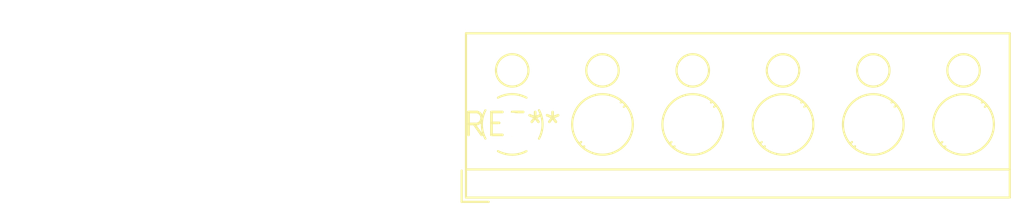
<source format=kicad_pcb>
(kicad_pcb (version 20240108) (generator pcbnew)
  (layers (0 "F.Cu" signal) (31 "B.Cu" signal) (34 "B.Paste" user) (35 "F.Paste" user) (36 "B.SilkS" user "B.Silkscreen") (37 "F.SilkS" user "F.Silkscreen") (38 "B.Mask" user) (39 "F.Mask" user) (44 "Edge.Cuts" user))
  (net 0 "")
  (footprint "TerminalBlock_RND_205-00005_1x06_P5.00mm_Horizontal" (layer "F.Cu") (at 0 0)
    (property "Reference" "REF**")
    (property "Value" "TerminalBlock_RND_205-00005_1x06_P5.00mm_Horizontal")
    (fp_line (start -2.8 2.56) (end -2.8 4.3) (layer "F.SilkS") (stroke (width 0.12)))
    (fp_line (start -2.8 4.3) (end -1.3 4.3) (layer "F.SilkS") (stroke (width 0.12)))
    (fp_line (start -2.56 -5.06) (end -2.56 4.06) (layer "F.SilkS") (stroke (width 0.12)))
    (fp_line (start -2.56 -5.06) (end 27.56 -5.06) (layer "F.SilkS") (stroke (width 0.12)))
    (fp_line (start -2.56 2.5) (end 27.56 2.5) (layer "F.SilkS") (stroke (width 0.12)))
    (fp_line (start -2.56 4.06) (end 27.56 4.06) (layer "F.SilkS") (stroke (width 0.12)))
    (fp_line (start 3.82 0.976) (end 3.726 1.069) (layer "F.SilkS") (stroke (width 0.12)))
    (fp_line (start 3.99 1.216) (end 3.931 1.274) (layer "F.SilkS") (stroke (width 0.12)))
    (fp_line (start 6.07 -1.275) (end 6.011 -1.216) (layer "F.SilkS") (stroke (width 0.12)))
    (fp_line (start 6.275 -1.069) (end 6.181 -0.976) (layer "F.SilkS") (stroke (width 0.12)))
    (fp_line (start 8.82 0.976) (end 8.726 1.069) (layer "F.SilkS") (stroke (width 0.12)))
    (fp_line (start 8.99 1.216) (end 8.931 1.274) (layer "F.SilkS") (stroke (width 0.12)))
    (fp_line (start 11.07 -1.275) (end 11.011 -1.216) (layer "F.SilkS") (stroke (width 0.12)))
    (fp_line (start 11.275 -1.069) (end 11.181 -0.976) (layer "F.SilkS") (stroke (width 0.12)))
    (fp_line (start 13.82 0.976) (end 13.726 1.069) (layer "F.SilkS") (stroke (width 0.12)))
    (fp_line (start 13.99 1.216) (end 13.931 1.274) (layer "F.SilkS") (stroke (width 0.12)))
    (fp_line (start 16.07 -1.275) (end 16.011 -1.216) (layer "F.SilkS") (stroke (width 0.12)))
    (fp_line (start 16.275 -1.069) (end 16.181 -0.976) (layer "F.SilkS") (stroke (width 0.12)))
    (fp_line (start 18.82 0.976) (end 18.726 1.069) (layer "F.SilkS") (stroke (width 0.12)))
    (fp_line (start 18.99 1.216) (end 18.931 1.274) (layer "F.SilkS") (stroke (width 0.12)))
    (fp_line (start 21.07 -1.275) (end 21.011 -1.216) (layer "F.SilkS") (stroke (width 0.12)))
    (fp_line (start 21.275 -1.069) (end 21.181 -0.976) (layer "F.SilkS") (stroke (width 0.12)))
    (fp_line (start 23.82 0.976) (end 23.726 1.069) (layer "F.SilkS") (stroke (width 0.12)))
    (fp_line (start 23.99 1.216) (end 23.931 1.274) (layer "F.SilkS") (stroke (width 0.12)))
    (fp_line (start 26.07 -1.275) (end 26.011 -1.216) (layer "F.SilkS") (stroke (width 0.12)))
    (fp_line (start 26.275 -1.069) (end 26.181 -0.976) (layer "F.SilkS") (stroke (width 0.12)))
    (fp_line (start 27.56 -5.06) (end 27.56 4.06) (layer "F.SilkS") (stroke (width 0.12)))
    (fp_arc (start -1.483953 0.789089) (mid -1.680708 5e-05) (end -1.484 -0.789) (layer "F.SilkS") (stroke (width 0.12)))
    (fp_arc (start -0.789089 -1.483953) (mid -5e-05 -1.680708) (end 0.789 -1.484) (layer "F.SilkS") (stroke (width 0.12)))
    (fp_arc (start 0.029383 1.68045) (mid -0.392304 1.634281) (end -0.789 1.484) (layer "F.SilkS") (stroke (width 0.12)))
    (fp_arc (start 0.788712 1.483352) (mid 0.406429 1.630097) (end 0 1.68) (layer "F.SilkS") (stroke (width 0.12)))
    (fp_arc (start 1.483953 -0.789089) (mid 1.680708 -5e-05) (end 1.484 0.789) (layer "F.SilkS") (stroke (width 0.12)))
    (fp_circle (center 0 -3) (end 0.9 -3) (layer "F.SilkS") (stroke (width 0.12)) (fill none))
    (fp_circle (center 5 -3) (end 5.9 -3) (layer "F.SilkS") (stroke (width 0.12)) (fill none))
    (fp_circle (center 5 0) (end 6.68 0) (layer "F.SilkS") (stroke (width 0.12)) (fill none))
    (fp_circle (center 10 -3) (end 10.9 -3) (layer "F.SilkS") (stroke (width 0.12)) (fill none))
    (fp_circle (center 10 0) (end 11.68 0) (layer "F.SilkS") (stroke (width 0.12)) (fill none))
    (fp_circle (center 15 -3) (end 15.9 -3) (layer "F.SilkS") (stroke (width 0.12)) (fill none))
    (fp_circle (center 15 0) (end 16.68 0) (layer "F.SilkS") (stroke (width 0.12)) (fill none))
    (fp_circle (center 20 -3) (end 20.9 -3) (layer "F.SilkS") (stroke (width 0.12)) (fill none))
    (fp_circle (center 20 0) (end 21.68 0) (layer "F.SilkS") (stroke (width 0.12)) (fill none))
    (fp_circle (center 25 -3) (end 25.9 -3) (layer "F.SilkS") (stroke (width 0.12)) (fill none))
    (fp_circle (center 25 0) (end 26.68 0) (layer "F.SilkS") (stroke (width 0.12)) (fill none))
    (pad "1" thru_hole rect (at 0 0) (size 2.5 2.5) (drill 1.3) (layers *.Cu *.Mask) (remove_unused_layers))
    (pad "2" thru_hole circle (at 5 0) (size 2.5 2.5) (drill 1.3) (layers *.Cu *.Mask) (remove_unused_layers))
    (pad "3" thru_hole circle (at 10 0) (size 2.5 2.5) (drill 1.3) (layers *.Cu *.Mask) (remove_unused_layers))
    (pad "4" thru_hole circle (at 15 0) (size 2.5 2.5) (drill 1.3) (layers *.Cu *.Mask) (remove_unused_layers))
    (pad "5" thru_hole circle (at 20 0) (size 2.5 2.5) (drill 1.3) (layers *.Cu *.Mask) (remove_unused_layers))
    (pad "6" thru_hole circle (at 25 0) (size 2.5 2.5) (drill 1.3) (layers *.Cu *.Mask) (remove_unused_layers))
  )
)
</source>
